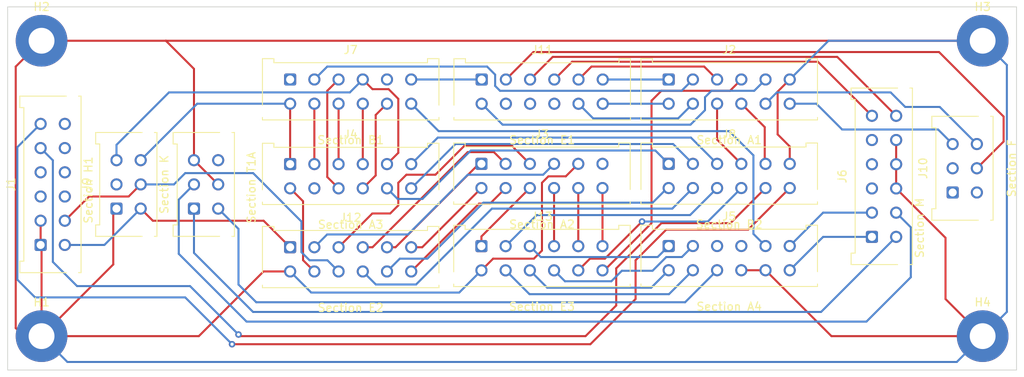
<source format=kicad_pcb>
(kicad_pcb (version 20211014) (generator pcbnew)
  (layers (0 "F.Cu" signal) (31 "B.Cu" signal) (34 "B.Paste" user) (35 "F.Paste" user) (36 "B.SilkS" user "B.Silkscreen") (37 "F.SilkS" user "F.Silkscreen") (38 "B.Mask" user) (39 "F.Mask" user) (44 "Edge.Cuts" user))
  (net 0 "")
  (net 1 "AMS LED")
  (net 6 "VCU Park")
  (net 7 "VCU Drive")
  (net 8 "VCU Sensor 5V")
  (net 9 "APPS Sensor 1")
  (net 10 "APPS Sensor 2")
  (net 11 "VCU Brake 1")
  (net 12 "VCU Brake NOT 2")
  (net 13 "BSPD Current Sense")
  (net 14 "VCU Manual Regen Lever")
  (net 15 "Undriven Wheelspeed")
  (net 16 "J1772 Pilot")
  (net 17 "J1772 Prox")
  (net 18 "VCU CAN1 H")
  (net 19 "VCU CAN1 L")
  (net 20 "VCU CAN4 H")
  (net 21 "VCU CAN4 L")
  (net 22 "VCU Wake")
  (net 23 "TSCU Latching Reset")
  (net 24 "Driven Wheelspeed")
  (net 25 "Emeter CAN H")
  (net 26 "Emeter CAN L")
  (net 27 "Ambient Temperature Sensor")
  (net 28 "IMD LED")
  (net 29 "VCU Sensor GND")
  (net 30 "LV Bypass Detect OUT")
  (net 33 "LV Charge Detect OUT")
  (net 34 "TSAL Safe")
  (net 35 "TSAL Energized")
  (net 36 "BSPD 35kW Test IN")
  (net 37 "BSPD 35kW Test RETURN")
  (net 38 "VCU CAN2 L HB")
  (net 39 "VCU CAN2 H HB")
  (net 40 "GND")
  (net 41 "Shutdown BA")
  (net 42 "Shutdown AE")
  (net 43 "Shutdown FA")
  (net 44 "VCU CAN2 L AE")
  (net 45 "VCU CAN2 H AE")
  (net 46 "VCU CAN3 H AE")
  (net 47 "VCU CAN3 L AE")
  (net 48 "Telemetry CAN L MA")
  (net 49 "Telemetry CAN H MA")
  (net 50 "Telemetry CAN L AE")
  (net 51 "Telemetry CAN H AE")
  (net 52 "Telemetry CAN L TM")
  (net 53 "Telemetry CAN H TM")
  (net 54 "Shutdown EB")
  (net 55 "Telemetry CAN L EB")
  (net 56 "Telemetry CAN H EB")
  (net 57 "VCU CAN3 L EB")
  (net 58 "VCU CAN3 H EB")
  (net 59 "Shutdown EF")
  (net 76 "VCU CAN2 H EKH")
  (net 77 "VCU CAN2 L EKH")
  (footprint "Connector_Molex:Molex_Micro-Fit_3.0_43045-1212_2x06_P3.00mm_Vertical" (layer "F.Cu") (at 147.7 80.65)
    (fp_text reference "J13" (at 7.5 -3.67) (layer "F.SilkS"))
    (fp_text value "Section E3" (at 7.5 7.5) (layer "F.SilkS"))
    (pad "" np_thru_hole circle (at -3 3.94) (size 1 1) (drill 1) (layers *.Cu *.Mask))
    (pad "" np_thru_hole circle (at 18 3.94) (size 1 1) (drill 1) (layers *.Cu *.Mask))
    (pad "1" thru_hole roundrect (at 0 0) (size 1.5 1.5) (drill 1) (layers *.Cu *.Mask) (roundrect_rratio 0.166667) (net 21 "VCU CAN4 L"))
    (pad "2" thru_hole circle (at 3 0) (size 1.5 1.5) (drill 1) (layers *.Cu *.Mask) (net 56 "Telemetry CAN H EB"))
    (pad "3" thru_hole circle (at 6 0) (size 1.5 1.5) (drill 1) (layers *.Cu *.Mask) (net 50 "Telemetry CAN L AE"))
    (pad "4" thru_hole circle (at 9 0) (size 1.5 1.5) (drill 1) (layers *.Cu *.Mask) (net 25 "Emeter CAN H"))
    (pad "5" thru_hole circle (at 12 0) (size 1.5 1.5) (drill 1) (layers *.Cu *.Mask) (net 26 "Emeter CAN L"))
    (pad "6" thru_hole circle (at 15 0) (size 1.5 1.5) (drill 1) (layers *.Cu *.Mask) (net 20 "VCU CAN4 H"))
    (pad "7" thru_hole circle (at 0 3) (size 1.5 1.5) (drill 1) (layers *.Cu *.Mask) (net 40 "GND"))
    (pad "8" thru_hole circle (at 3 3) (size 1.5 1.5) (drill 1) (layers *.Cu *.Mask) (net 51 "Telemetry CAN H AE"))
    (pad "9" thru_hole circle (at 6 3) (size 1.5 1.5) (drill 1) (layers *.Cu *.Mask) (net 36 "BSPD 35kW Test IN"))
    (pad "10" thru_hole circle (at 9 3) (size 1.5 1.5) (drill 1) (layers *.Cu *.Mask) (net 37 "BSPD 35kW Test RETURN"))
    (pad "11" thru_hole circle (at 12 3) (size 1.5 1.5) (drill 1) (layers *.Cu *.Mask) (net 55 "Telemetry CAN L EB"))
    (pad "12" thru_hole circle (at 15 3) (size 1.5 1.5) (drill 1) (layers *.Cu *.Mask) (net 16 "J1772 Pilot"))
  )
  (footprint "Connector_Molex:Molex_Micro-Fit_3.0_43045-1212_2x06_P3.00mm_Vertical" (layer "F.Cu") (at 196.085 79.5 90)
    (fp_text reference "J6" (at 7.5 -3.67 90) (layer "F.SilkS"))
    (fp_text value "Section M" (at 1.1 5.915 90) (layer "F.SilkS"))
    (pad "" np_thru_hole circle (at -3 3.94 90) (size 1 1) (drill 1) (layers *.Cu *.Mask))
    (pad "" np_thru_hole circle (at 18 3.94 90) (size 1 1) (drill 1) (layers *.Cu *.Mask))
    (pad "1" thru_hole roundrect (at 0 0 90) (size 1.5 1.5) (drill 1) (layers *.Cu *.Mask) (roundrect_rratio 0.166667) (net 48 "Telemetry CAN L MA"))
    (pad "2" thru_hole circle (at 3 0 90) (size 1.5 1.5) (drill 1) (layers *.Cu *.Mask) (net 49 "Telemetry CAN H MA"))
    (pad "3" thru_hole circle (at 6 0 90) (size 1.5 1.5) (drill 1) (layers *.Cu *.Mask))
    (pad "4" thru_hole circle (at 9 0 90) (size 1.5 1.5) (drill 1) (layers *.Cu *.Mask))
    (pad "5" thru_hole circle (at 12 0 90) (size 1.5 1.5) (drill 1) (layers *.Cu *.Mask))
    (pad "6" thru_hole circle (at 15 0 90) (size 1.5 1.5) (drill 1) (layers *.Cu *.Mask) (net 33 "LV Charge Detect OUT"))
    (pad "7" thru_hole circle (at 0 3 90) (size 1.5 1.5) (drill 1) (layers *.Cu *.Mask) (net 52 "Telemetry CAN L TM"))
    (pad "8" thru_hole circle (at 3 3 90) (size 1.5 1.5) (drill 1) (layers *.Cu *.Mask) (net 53 "Telemetry CAN H TM"))
    (pad "9" thru_hole circle (at 6 3 90) (size 1.5 1.5) (drill 1) (layers *.Cu *.Mask) (net 40 "GND"))
    (pad "10" thru_hole circle (at 9 3 90) (size 1.5 1.5) (drill 1) (layers *.Cu *.Mask) (net 40 "GND"))
    (pad "11" thru_hole circle (at 12 3 90) (size 1.5 1.5) (drill 1) (layers *.Cu *.Mask) (net 40 "GND"))
    (pad "12" thru_hole circle (at 15 3 90) (size 1.5 1.5) (drill 1) (layers *.Cu *.Mask) (net 30 "LV Bypass Detect OUT"))
  )
  (footprint "MountingHole:MountingHole_3.2mm_M3_Pad" (layer "F.Cu") (at 209.8 91.8)
    (fp_text reference "H4" (at 0 -4.2) (layer "F.SilkS"))
    (fp_text value "MountingHole")
    (pad "1" thru_hole circle (at 0 0) (size 6.4 6.4) (drill 3.2) (layers *.Cu *.Mask))
  )
  (footprint "Connector_Molex:Molex_Micro-Fit_3.0_43045-1212_2x06_P3.00mm_Vertical" (layer "F.Cu") (at 124 60)
    (fp_text reference "J7" (at 7.5 -3.67) (layer "F.SilkS"))
    (fp_text value "Section B1" (at 7.5 7.5) (layer "F.SilkS"))
    (pad "" np_thru_hole circle (at 18 3.94) (size 1 1) (drill 1) (layers *.Cu *.Mask))
    (pad "" np_thru_hole circle (at -3 3.94) (size 1 1) (drill 1) (layers *.Cu *.Mask))
    (pad "1" thru_hole roundrect (at 0 0) (size 1.5 1.5) (drill 1) (layers *.Cu *.Mask) (roundrect_rratio 0.166667))
    (pad "2" thru_hole circle (at 3 0) (size 1.5 1.5) (drill 1) (layers *.Cu *.Mask) (net 41 "Shutdown BA"))
    (pad "3" thru_hole circle (at 6 0) (size 1.5 1.5) (drill 1) (layers *.Cu *.Mask) (net 8 "VCU Sensor 5V"))
    (pad "4" thru_hole circle (at 9 0) (size 1.5 1.5) (drill 1) (layers *.Cu *.Mask) (net 11 "VCU Brake 1"))
    (pad "5" thru_hole circle (at 12 0) (size 1.5 1.5) (drill 1) (layers *.Cu *.Mask))
    (pad "6" thru_hole circle (at 15 0) (size 1.5 1.5) (drill 1) (layers *.Cu *.Mask) (net 54 "Shutdown EB"))
    (pad "7" thru_hole circle (at 0 3) (size 1.5 1.5) (drill 1) (layers *.Cu *.Mask) (net 12 "VCU Brake NOT 2"))
    (pad "8" thru_hole circle (at 3 3) (size 1.5 1.5) (drill 1) (layers *.Cu *.Mask) (net 13 "BSPD Current Sense"))
    (pad "9" thru_hole circle (at 6 3) (size 1.5 1.5) (drill 1) (layers *.Cu *.Mask) (net 9 "APPS Sensor 1"))
    (pad "10" thru_hole circle (at 9 3) (size 1.5 1.5) (drill 1) (layers *.Cu *.Mask) (net 10 "APPS Sensor 2"))
    (pad "11" thru_hole circle (at 12 3) (size 1.5 1.5) (drill 1) (layers *.Cu *.Mask) (net 29 "VCU Sensor GND"))
    (pad "12" thru_hole circle (at 15 3) (size 1.5 1.5) (drill 1) (layers *.Cu *.Mask) (net 15 "Undriven Wheelspeed"))
  )
  (footprint "Connector_Molex:Molex_Micro-Fit_3.0_43045-1212_2x06_P3.00mm_Vertical" (layer "F.Cu") (at 93.085 80.5 90)
    (fp_text reference "J1" (at 7.5 -3.67 90) (layer "F.SilkS"))
    (fp_text value "Section H1" (at 6.8 5.915 90) (layer "F.SilkS"))
    (pad "" np_thru_hole circle (at -3 3.94 90) (size 1 1) (drill 1) (layers *.Cu *.Mask))
    (pad "" np_thru_hole circle (at 18 3.94 90) (size 1 1) (drill 1) (layers *.Cu *.Mask))
    (pad "1" thru_hole roundrect (at 0 0 90) (size 1.5 1.5) (drill 1) (layers *.Cu *.Mask) (roundrect_rratio 0.166667) (net 40 "GND"))
    (pad "2" thru_hole circle (at 3 0 90) (size 1.5 1.5) (drill 1) (layers *.Cu *.Mask) (net 40 "GND"))
    (pad "3" thru_hole circle (at 6 0 90) (size 1.5 1.5) (drill 1) (layers *.Cu *.Mask))
    (pad "4" thru_hole circle (at 9 0 90) (size 1.5 1.5) (drill 1) (layers *.Cu *.Mask))
    (pad "5" thru_hole circle (at 12 0 90) (size 1.5 1.5) (drill 1) (layers *.Cu *.Mask) (net 38 "VCU CAN2 L HB"))
    (pad "6" thru_hole circle (at 15 0 90) (size 1.5 1.5) (drill 1) (layers *.Cu *.Mask) (net 39 "VCU CAN2 H HB"))
    (pad "7" thru_hole circle (at 0 3 90) (size 1.5 1.5) (drill 1) (layers *.Cu *.Mask) (net 76 "VCU CAN2 H EKH"))
    (pad "8" thru_hole circle (at 3 3 90) (size 1.5 1.5) (drill 1) (layers *.Cu *.Mask) (net 77 "VCU CAN2 L EKH"))
    (pad "9" thru_hole circle (at 6 3 90) (size 1.5 1.5) (drill 1) (layers *.Cu *.Mask))
    (pad "10" thru_hole circle (at 9 3 90) (size 1.5 1.5) (drill 1) (layers *.Cu *.Mask))
    (pad "11" thru_hole circle (at 12 3 90) (size 1.5 1.5) (drill 1) (layers *.Cu *.Mask))
    (pad "12" thru_hole circle (at 15 3 90) (size 1.5 1.5) (drill 1) (layers *.Cu *.Mask))
  )
  (footprint "Connector_Molex:Molex_Micro-Fit_3.0_43045-1212_2x06_P3.00mm_Vertical" (layer "F.Cu") (at 170.9 80.635)
    (fp_text reference "J5" (at 7.5 -3.67) (layer "F.SilkS"))
    (fp_text value "Section A4" (at 7.5 7.5) (layer "F.SilkS"))
    (pad "" np_thru_hole circle (at -3 3.94) (size 1 1) (drill 1) (layers *.Cu *.Mask))
    (pad "" np_thru_hole circle (at 18 3.94) (size 1 1) (drill 1) (layers *.Cu *.Mask))
    (pad "1" thru_hole roundrect (at 0 0) (size 1.5 1.5) (drill 1) (layers *.Cu *.Mask) (roundrect_rratio 0.166667) (net 50 "Telemetry CAN L AE"))
    (pad "2" thru_hole circle (at 3 0) (size 1.5 1.5) (drill 1) (layers *.Cu *.Mask) (net 37 "BSPD 35kW Test RETURN"))
    (pad "3" thru_hole circle (at 6 0) (size 1.5 1.5) (drill 1) (layers *.Cu *.Mask))
    (pad "4" thru_hole circle (at 9 0) (size 1.5 1.5) (drill 1) (layers *.Cu *.Mask))
    (pad "5" thru_hole circle (at 12 0) (size 1.5 1.5) (drill 1) (layers *.Cu *.Mask) (net 15 "Undriven Wheelspeed"))
    (pad "6" thru_hole circle (at 15 0) (size 1.5 1.5) (drill 1) (layers *.Cu *.Mask) (net 49 "Telemetry CAN H MA"))
    (pad "7" thru_hole circle (at 0 3) (size 1.5 1.5) (drill 1) (layers *.Cu *.Mask) (net 36 "BSPD 35kW Test IN"))
    (pad "8" thru_hole circle (at 3 3) (size 1.5 1.5) (drill 1) (layers *.Cu *.Mask) (net 51 "Telemetry CAN H AE"))
    (pad "9" thru_hole circle (at 6 3) (size 1.5 1.5) (drill 1) (layers *.Cu *.Mask) (net 24 "Driven Wheelspeed"))
    (pad "10" thru_hole circle (at 9 3) (size 1.5 1.5) (drill 1) (layers *.Cu *.Mask) (net 40 "GND"))
    (pad "11" thru_hole circle (at 12 3) (size 1.5 1.5) (drill 1) (layers *.Cu *.Mask) (net 40 "GND"))
    (pad "12" thru_hole circle (at 15 3) (size 1.5 1.5) (drill 1) (layers *.Cu *.Mask) (net 48 "Telemetry CAN L MA"))
  )
  (footprint "Connector_Molex:Molex_Micro-Fit_3.0_43045-1212_2x06_P3.00mm_Vertical" (layer "F.Cu") (at 124 70.485)
    (fp_text reference "J4" (at 7.5 -3.67) (layer "F.SilkS"))
    (fp_text value "Section A3" (at 7.5 7.5) (layer "F.SilkS"))
    (pad "" np_thru_hole circle (at 18 3.94) (size 1 1) (drill 1) (layers *.Cu *.Mask))
    (pad "" np_thru_hole circle (at -3 3.94) (size 1 1) (drill 1) (layers *.Cu *.Mask))
    (pad "1" thru_hole roundrect (at 0 0) (size 1.5 1.5) (drill 1) (layers *.Cu *.Mask) (roundrect_rratio 0.166667) (net 12 "VCU Brake NOT 2"))
    (pad "2" thru_hole circle (at 3 0) (size 1.5 1.5) (drill 1) (layers *.Cu *.Mask) (net 13 "BSPD Current Sense"))
    (pad "3" thru_hole circle (at 6 0) (size 1.5 1.5) (drill 1) (layers *.Cu *.Mask) (net 9 "APPS Sensor 1"))
    (pad "4" thru_hole circle (at 9 0) (size 1.5 1.5) (drill 1) (layers *.Cu *.Mask) (net 10 "APPS Sensor 2"))
    (pad "5" thru_hole circle (at 12 0) (size 1.5 1.5) (drill 1) (layers *.Cu *.Mask) (net 11 "VCU Brake 1"))
    (pad "6" thru_hole circle (at 15 0) (size 1.5 1.5) (drill 1) (layers *.Cu *.Mask) (net 6 "VCU Park"))
    (pad "7" thru_hole circle (at 0 3) (size 1.5 1.5) (drill 1) (layers *.Cu *.Mask) (net 22 "VCU Wake"))
    (pad "8" thru_hole circle (at 3 3) (size 1.5 1.5) (drill 1) (layers *.Cu *.Mask))
    (pad "9" thru_hole circle (at 6 3) (size 1.5 1.5) (drill 1) (layers *.Cu *.Mask) (net 8 "VCU Sensor 5V"))
    (pad "10" thru_hole circle (at 9 3) (size 1.5 1.5) (drill 1) (layers *.Cu *.Mask) (net 29 "VCU Sensor GND"))
    (pad "11" thru_hole circle (at 12 3) (size 1.5 1.5) (drill 1) (layers *.Cu *.Mask) (net 14 "VCU Manual Regen Lever"))
    (pad "12" thru_hole circle (at 15 3) (size 1.5 1.5) (drill 1) (layers *.Cu *.Mask) (net 7 "VCU Drive"))
  )
  (footprint "MountingHole:MountingHole_3.2mm_M3_Pad" (layer "F.Cu") (at 93.2 55.2)
    (fp_text reference "H2" (at 0 -4.2) (layer "F.SilkS"))
    (fp_text value "MountingHole")
    (pad "1" thru_hole circle (at 0 0) (size 6.4 6.4) (drill 3.2) (layers *.Cu *.Mask))
  )
  (footprint "Connector_Molex:Molex_Micro-Fit_3.0_43045-1212_2x06_P3.00mm_Vertical" (layer "F.Cu") (at 124 80.785)
    (fp_text reference "J12" (at 7.5 -3.67) (layer "F.SilkS"))
    (fp_text value "Section E2" (at 7.5 7.5) (layer "F.SilkS"))
    (pad "" np_thru_hole circle (at 18 3.94) (size 1 1) (drill 1) (layers *.Cu *.Mask))
    (pad "" np_thru_hole circle (at -3 3.94) (size 1 1) (drill 1) (layers *.Cu *.Mask))
    (pad "1" thru_hole roundrect (at 0 0) (size 1.5 1.5) (drill 1) (layers *.Cu *.Mask) (roundrect_rratio 0.166667) (net 76 "VCU CAN2 H EKH"))
    (pad "2" thru_hole circle (at 3 0) (size 1.5 1.5) (drill 1) (layers *.Cu *.Mask) (net 47 "VCU CAN3 L AE"))
    (pad "3" thru_hole circle (at 6 0) (size 1.5 1.5) (drill 1) (layers *.Cu *.Mask) (net 46 "VCU CAN3 H AE"))
    (pad "4" thru_hole circle (at 9 0) (size 1.5 1.5) (drill 1) (layers *.Cu *.Mask) (net 45 "VCU CAN2 H AE"))
    (pad "5" thru_hole circle (at 12 0) (size 1.5 1.5) (drill 1) (layers *.Cu *.Mask) (net 44 "VCU CAN2 L AE"))
    (pad "6" thru_hole circle (at 15 0) (size 1.5 1.5) (drill 1) (layers *.Cu *.Mask) (net 18 "VCU CAN1 H"))
    (pad "7" thru_hole circle (at 0 3) (size 1.5 1.5) (drill 1) (layers *.Cu *.Mask) (net 40 "GND"))
    (pad "8" thru_hole circle (at 3 3) (size 1.5 1.5) (drill 1) (layers *.Cu *.Mask) (net 22 "VCU Wake"))
    (pad "9" thru_hole circle (at 6 3) (size 1.5 1.5) (drill 1) (layers *.Cu *.Mask) (net 77 "VCU CAN2 L EKH"))
    (pad "10" thru_hole circle (at 9 3) (size 1.5 1.5) (drill 1) (layers *.Cu *.Mask) (net 58 "VCU CAN3 H EB"))
    (pad "11" thru_hole circle (at 12 3) (size 1.5 1.5) (drill 1) (layers *.Cu *.Mask) (net 57 "VCU CAN3 L EB"))
    (pad "12" thru_hole circle (at 15 3) (size 1.5 1.5) (drill 1) (layers *.Cu *.Mask) (net 19 "VCU CAN1 L"))
  )
  (footprint "MountingHole:MountingHole_3.2mm_M3_Pad" (layer "F.Cu") (at 209.8 55.2)
    (fp_text reference "H3" (at 0 -4.2) (layer "F.SilkS"))
    (fp_text value "MountingHole")
    (pad "1" thru_hole circle (at 0 0) (size 6.4 6.4) (drill 3.2) (layers *.Cu *.Mask))
  )
  (footprint "Connector_Molex:Molex_Micro-Fit_3.0_43045-0612_2x03_P3.00mm_Vertical" (layer "F.Cu") (at 112.085 76 90)
    (fp_text reference "J14")
    (fp_text value "Section T1A" (at 2.6 7.115 90) (layer "F.SilkS"))
    (pad "" np_thru_hole circle (at -3 3.94 90) (size 1 1) (drill 1) (layers *.Cu *.Mask))
    (pad "" np_thru_hole circle (at 9 3.94 90) (size 1 1) (drill 1) (layers *.Cu *.Mask))
    (pad "1" thru_hole roundrect (at 0 0 90) (size 1.5 1.5) (drill 1) (layers *.Cu *.Mask) (roundrect_rratio 0.166667) (net 52 "Telemetry CAN L TM"))
    (pad "2" thru_hole circle (at 3 0 90) (size 1.5 1.5) (drill 1) (layers *.Cu *.Mask) (net 53 "Telemetry CAN H TM"))
    (pad "3" thru_hole circle (at 6 0 90) (size 1.5 1.5) (drill 1) (layers *.Cu *.Mask) (net 40 "GND"))
    (pad "4" thru_hole circle (at 0 3 90) (size 1.5 1.5) (drill 1) (layers *.Cu *.Mask) (net 24 "Driven Wheelspeed"))
    (pad "5" thru_hole circle (at 3 3 90) (size 1.5 1.5) (drill 1) (layers *.Cu *.Mask) (net 40 "GND"))
    (pad "6" thru_hole circle (at 6 3 90) (size 1.5 1.5) (drill 1) (layers *.Cu *.Mask))
  )
  (footprint "MountingHole:MountingHole_3.2mm_M3_Pad" (layer "F.Cu") (at 93.2 91.8)
    (fp_text reference "H1" (at 0 -4.2) (layer "F.SilkS"))
    (fp_text value "MountingHole")
    (pad "1" thru_hole circle (at 0 0) (size 6.4 6.4) (drill 3.2) (layers *.Cu *.Mask))
  )
  (footprint "Connector_Molex:Molex_Micro-Fit_3.0_43045-1212_2x06_P3.00mm_Vertical" (layer "F.Cu") (at 147.7 70.45)
    (fp_text reference "J3" (at 7.5 -3.67) (layer "F.SilkS"))
    (fp_text value "Section A2" (at 7.5 7.5) (layer "F.SilkS"))
    (pad "" np_thru_hole circle (at 18 3.94) (size 1 1) (drill 1) (layers *.Cu *.Mask))
    (pad "" np_thru_hole circle (at -3 3.94) (size 1 1) (drill 1) (layers *.Cu *.Mask))
    (pad "1" thru_hole roundrect (at 0 0) (size 1.5 1.5) (drill 1) (layers *.Cu *.Mask) (roundrect_rratio 0.166667) (net 44 "VCU CAN2 L AE"))
    (pad "2" thru_hole circle (at 3 0) (size 1.5 1.5) (drill 1) (layers *.Cu *.Mask) (net 45 "VCU CAN2 H AE"))
    (pad "3" thru_hole circle (at 6 0) (size 1.5 1.5) (drill 1) (layers *.Cu *.Mask) (net 46 "VCU CAN3 H AE"))
    (pad "4" thru_hole circle (at 9 0) (size 1.5 1.5) (drill 1) (layers *.Cu *.Mask) (net 47 "VCU CAN3 L AE"))
    (pad "5" thru_hole circle (at 12 0) (size 1.5 1.5) (drill 1) (layers *.Cu *.Mask) (net 40 "GND"))
    (pad "6" thru_hole circle (at 15 0) (size 1.5 1.5) (drill 1) (layers *.Cu *.Mask))
    (pad "7" thru_hole circle (at 0 3) (size 1.5 1.5) (drill 1) (layers *.Cu *.Mask) (net 18 "VCU CAN1 H"))
    (pad "8" thru_hole circle (at 3 3) (size 1.5 1.5) (drill 1) (layers *.Cu *.Mask) (net 19 "VCU CAN1 L"))
    (pad "9" thru_hole circle (at 6 3) (size 1.5 1.5) (drill 1) (layers *.Cu *.Mask) (net 21 "VCU CAN4 L"))
    (pad "10" thru_hole circle (at 9 3) (size 1.5 1.5) (drill 1) (layers *.Cu *.Mask) (net 25 "Emeter CAN H"))
    (pad "11" thru_hole circle (at 12 3) (size 1.5 1.5) (drill 1) (layers *.Cu *.Mask) (net 26 "Emeter CAN L"))
    (pad "12" thru_hole circle (at 15 3) (size 1.5 1.5) (drill 1) (layers *.Cu *.Mask) (net 20 "VCU CAN4 H"))
  )
  (footprint "Connector_Molex:Molex_Micro-Fit_3.0_43045-0612_2x03_P3.00mm_Vertical" (layer "F.Cu") (at 102.485 76 90)
    (fp_text reference "J9" (at 3 -3.67 90) (layer "F.SilkS"))
    (fp_text value "Section K" (at 3 5.915 90) (layer "F.SilkS"))
    (pad "" np_thru_hole circle (at -3 3.94 90) (size 1 1) (drill 1) (layers *.Cu *.Mask))
    (pad "" np_thru_hole circle (at 9 3.94 90) (size 1 1) (drill 1) (layers *.Cu *.Mask))
    (pad "1" thru_hole roundrect (at 0 0 90) (size 1.5 1.5) (drill 1) (layers *.Cu *.Mask) (roundrect_rratio 0.166667) (net 40 "GND"))
    (pad "2" thru_hole circle (at 3 0 90) (size 1.5 1.5) (drill 1) (layers *.Cu *.Mask))
    (pad "3" thru_hole circle (at 6 0 90) (size 1.5 1.5) (drill 1) (layers *.Cu *.Mask) (net 11 "VCU Brake 1"))
    (pad "4" thru_hole circle (at 0 3 90) (size 1.5 1.5) (drill 1) (layers *.Cu *.Mask) (net 76 "VCU CAN2 H EKH"))
    (pad "5" thru_hole circle (at 3 3 90) (size 1.5 1.5) (drill 1) (layers *.Cu *.Mask) (net 77 "VCU CAN2 L EKH"))
    (pad "6" thru_hole circle (at 6 3 90) (size 1.5 1.5) (drill 1) (layers *.Cu *.Mask) (net 12 "VCU Brake NOT 2"))
  )
  (footprint "Connector_Molex:Molex_Micro-Fit_3.0_43045-1212_2x06_P3.00mm_Vertical" (layer "F.Cu") (at 170.9 70.45)
    (fp_text reference "J8" (at 7.5 -3.67) (layer "F.SilkS"))
    (fp_text value "Section B2" (at 7.5 7.5) (layer "F.SilkS"))
    (pad "" np_thru_hole circle (at -3 3.94) (size 1 1) (drill 1) (layers *.Cu *.Mask))
    (pad "" np_thru_hole circle (at 18 3.94) (size 1 1) (drill 1) (layers *.Cu *.Mask))
    (pad "1" thru_hole roundrect (at 0 0) (size 1.5 1.5) (drill 1) (layers *.Cu *.Mask) (roundrect_rratio 0.166667) (net 14 "VCU Manual Regen Lever"))
    (pad "2" thru_hole circle (at 3 0) (size 1.5 1.5) (drill 1) (layers *.Cu *.Mask) (net 7 "VCU Drive"))
    (pad "3" thru_hole circle (at 6 0) (size 1.5 1.5) (drill 1) (layers *.Cu *.Mask) (net 6 "VCU Park"))
    (pad "4" thru_hole circle (at 9 0) (size 1.5 1.5) (drill 1) (layers *.Cu *.Mask) (net 28 "IMD LED"))
    (pad "5" thru_hole circle (at 12 0) (size 1.5 1.5) (drill 1) (layers *.Cu *.Mask) (net 1 "AMS LED"))
    (pad "6" thru_hole circle (at 15 0) (size 1.5 1.5) (drill 1) (layers *.Cu *.Mask) (net 40 "GND"))
    (pad "7" thru_hole circle (at 0 3) (size 1.5 1.5) (drill 1) (layers *.Cu *.Mask) (net 57 "VCU CAN3 L EB"))
    (pad "8" thru_hole circle (at 3 3) (size 1.5 1.5) (drill 1) (layers *.Cu *.Mask) (net 58 "VCU CAN3 H EB"))
    (pad "9" thru_hole circle (at 6 3) (size 1.5 1.5) (drill 1) (layers *.Cu *.Mask) (net 56 "Telemetry CAN H EB"))
    (pad "10" thru_hole circle (at 9 3) (size 1.5 1.5) (drill 1) (layers *.Cu *.Mask) (net 55 "Telemetry CAN L EB"))
    (pad "11" thru_hole circle (at 12 3) (size 1.5 1.5) (drill 1) (layers *.Cu *.Mask) (net 38 "VCU CAN2 L HB"))
    (pad "12" thru_hole circle (at 15 3) (size 1.5 1.5) (drill 1) (layers *.Cu *.Mask) (net 39 "VCU CAN2 H HB"))
  )
  (footprint "Connector_Molex:Molex_Micro-Fit_3.0_43045-1212_2x06_P3.00mm_Vertical" (layer "F.Cu") (at 170.9 60)
    (fp_text reference "J2" (at 7.5 -3.67) (layer "F.SilkS"))
    (fp_text value "Section A1" (at 7.5 7.5) (layer "F.SilkS"))
    (pad "" np_thru_hole circle (at 18 3.94) (size 1 1) (drill 1) (layers *.Cu *.Mask))
    (pad "" np_thru_hole circle (at -3 3.94) (size 1 1) (drill 1) (layers *.Cu *.Mask))
    (pad "1" thru_hole roundrect (at 0 0) (size 1.5 1.5) (drill 1) (layers *.Cu *.Mask) (roundrect_rratio 0.166667) (net 42 "Shutdown AE"))
    (pad "2" thru_hole circle (at 3 0) (size 1.5 1.5) (drill 1) (layers *.Cu *.Mask) (net 41 "Shutdown BA"))
    (pad "3" thru_hole circle (at 6 0) (size 1.5 1.5) (drill 1) (layers *.Cu *.Mask) (net 35 "TSAL Energized"))
    (pad "4" thru_hole circle (at 9 0) (size 1.5 1.5) (drill 1) (layers *.Cu *.Mask) (net 16 "J1772 Pilot"))
    (pad "5" thru_hole circle (at 12 0) (size 1.5 1.5) (drill 1) (layers *.Cu *.Mask) (net 17 "J1772 Prox"))
    (pad "6" thru_hole circle (at 15 0) (size 1.5 1.5) (drill 1) (layers *.Cu *.Mask) (net 40 "GND"))
    (pad "7" thru_hole circle (at 0 3) (size 1.5 1.5) (drill 1) (layers *.Cu *.Mask) (net 34 "TSAL Safe"))
    (pad "8" thru_hole circle (at 3 3) (size 1.5 1.5) (drill 1) (layers *.Cu *.Mask) (net 23 "TSCU Latching Reset"))
    (pad "9" thru_hole circle (at 6 3) (size 1.5 1.5) (drill 1) (layers *.Cu *.Mask) (net 28 "IMD LED"))
    (pad "10" thru_hole circle (at 9 3) (size 1.5 1.5) (drill 1) (layers *.Cu *.Mask) (net 1 "AMS LED"))
    (pad "11" thru_hole circle (at 12 3) (size 1.5 1.5) (drill 1) (layers *.Cu *.Mask) (net 27 "Ambient Temperature Sensor"))
    (pad "12" thru_hole circle (at 15 3) (size 1.5 1.5) (drill 1) (layers *.Cu *.Mask) (net 43 "Shutdown FA"))
  )
  (footprint "Connector_Molex:Molex_Micro-Fit_3.0_43045-0612_2x03_P3.00mm_Vertical" (layer "F.Cu") (at 206.085 74 90)
    (fp_text reference "J10" (at 3 -3.67 90) (layer "F.SilkS"))
    (fp_text value "Section F" (at 3 7.315 90) (layer "F.SilkS"))
    (pad "" np_thru_hole circle (at 9 3.94 90) (size 1 1) (drill 1) (layers *.Cu *.Mask))
    (pad "" np_thru_hole circle (at -3 3.94 90) (size 1 1) (drill 1) (layers *.Cu *.Mask))
    (pad "1" thru_hole roundrect (at 0 0 90) (size 1.5 1.5) (drill 1) (layers *.Cu *.Mask) (roundrect_rratio 0.166667))
    (pad "2" thru_hole circle (at 3 0 90) (size 1.5 1.5) (drill 1) (layers *.Cu *.Mask))
    (pad "3" thru_hole circle (at 6 0 90) (size 1.5 1.5) (drill 1) (layers *.Cu *.Mask) (net 43 "Shutdown FA"))
    (pad "4" thru_hole circle (at 0 3 90) (size 1.5 1.5) (drill 1) (layers *.Cu *.Mask))
    (pad "5" thru_hole circle (at 3 3 90) (size 1.5 1.5) (drill 1) (layers *.Cu *.Mask) (net 59 "Shutdown EF"))
    (pad "6" thru_hole circle (at 6 3 90) (size 1.5 1.5) (drill 1) (layers *.Cu *.Mask) (net 27 "Ambient Temperature Sensor"))
  )
  (footprint "Connector_Molex:Molex_Micro-Fit_3.0_43045-1212_2x06_P3.00mm_Vertical" (layer "F.Cu") (at 147.73 60.005)
    (fp_text reference "J11" (at 7.5 -3.67) (layer "F.SilkS"))
    (fp_text value "Section E1" (at 7.5 7.5) (layer "F.SilkS"))
    (pad "" np_thru_hole circle (at -3 3.94) (size 1 1) (drill 1) (layers *.Cu *.Mask))
    (pad "" np_thru_hole circle (at 18 3.94) (size 1 1) (drill 1) (layers *.Cu *.Mask))
    (pad "1" thru_hole roundrect (at 0 0) (size 1.5 1.5) (drill 1) (layers *.Cu *.Mask) (roundrect_rratio 0.166667) (net 54 "Shutdown EB"))
    (pad "2" thru_hole circle (at 3 0) (size 1.5 1.5) (drill 1) (layers *.Cu *.Mask) (net 59 "Shutdown EF"))
    (pad "3" thru_hole circle (at 6 0) (size 1.5 1.5) (drill 1) (layers *.Cu *.Mask) (net 30 "LV Bypass Detect OUT"))
    (pad "4" thru_hole circle (at 9 0) (size 1.5 1.5) (drill 1) (layers *.Cu *.Mask) (net 33 "LV Charge Detect OUT"))
    (pad "5" thru_hole circle (at 12 0) (size 1.5 1.5) (drill 1) (layers *.Cu *.Mask) (net 35 "TSAL Energized"))
    (pad "6" thru_hole circle (at 15 0) (size 1.5 1.5) (drill 1) (layers *.Cu *.Mask) (net 42 "Shutdown AE"))
    (pad "7" thru_hole circle (at 0 3) (size 1.5 1.5) (drill 1) (layers *.Cu *.Mask) (net 17 "J1772 Prox"))
    (pad "8" thru_hole circle (at 3 3) (size 1.5 1.5) (drill 1) (layers *.Cu *.Mask))
    (pad "9" thru_hole circle (at 6 3) (size 1.5 1.5) (drill 1) (layers *.Cu *.Mask))
    (pad "10" thru_hole circle (at 9 3) (size 1.5 1.5) (drill 1) (layers *.Cu *.Mask))
    (pad "11" thru_hole circle (at 12 3) (size 1.5 1.5) (drill 1) (layers *.Cu *.Mask) (net 23 "TSCU Latching Reset"))
    (pad "12" thru_hole circle (at 15 3) (size 1.5 1.5) (drill 1) (layers *.Cu *.Mask) (net 34 "TSAL Safe"))
  )
  (gr_rect (start 89 51) (end 214 96) (layer "Edge.Cuts") (width 0.1) (fill none))
  (segment (start 179.9 63) (end 182.8 65.9) (width 0.25) (layer "F.Cu") (net 1))
  (segment (start 182.8 65.9) (end 182.8 70.35) (width 0.25) (layer "F.Cu") (net 1))
  (segment (start 182.8 70.35) (end 182.9 70.45) (width 0.25) (layer "F.Cu") (net 1))
  (segment (start 142.285 67.2) (end 173.65 67.2) (width 0.25) (layer "B.Cu") (net 6))
  (segment (start 173.65 67.2) (end 176.9 70.45) (width 0.25) (layer "B.Cu") (net 6))
  (segment (start 139 70.485) (end 142.285 67.2) (width 0.25) (layer "B.Cu") (net 6))
  (segment (start 144.485 68) (end 171.45 68) (width 0.25) (layer "B.Cu") (net 7))
  (segment (start 171.45 68) (end 173.9 70.45) (width 0.25) (layer "B.Cu") (net 7))
  (segment (start 139 73.485) (end 144.485 68) (width 0.25) (layer "B.Cu") (net 7))
  (segment (start 128.6 72.085) (end 130 73.485) (width 0.25) (layer "F.Cu") (net 8))
  (segment (start 130 60) (end 128.6 61.4) (width 0.25) (layer "F.Cu") (net 8))
  (segment (start 128.6 61.4) (end 128.6 72.085) (width 0.25) (layer "F.Cu") (net 8))
  (segment (start 130 63) (end 130 70.485) (width 0.25) (layer "F.Cu") (net 9))
  (segment (start 133 63) (end 133 70.485) (width 0.25) (layer "F.Cu") (net 10))
  (segment (start 137.4 62.4) (end 137.4 69.085) (width 0.25) (layer "F.Cu") (net 11))
  (segment (start 134.2 61.2) (end 136.2 61.2) (width 0.25) (layer "F.Cu") (net 11))
  (segment (start 136.2 61.2) (end 137.4 62.4) (width 0.25) (layer "F.Cu") (net 11))
  (segment (start 133 60) (end 134.2 61.2) (width 0.25) (layer "F.Cu") (net 11))
  (segment (start 137.4 69.085) (end 136 70.485) (width 0.25) (layer "F.Cu") (net 11))
  (segment (start 133 60) (end 131.4 61.6) (width 0.25) (layer "B.Cu") (net 11))
  (segment (start 102.485 68.1) (end 102.485 70) (width 0.25) (layer "B.Cu") (net 11))
  (segment (start 108.985 61.6) (end 102.485 68.1) (width 0.25) (layer "B.Cu") (net 11))
  (segment (start 131.4 61.6) (end 108.985 61.6) (width 0.25) (layer "B.Cu") (net 11))
  (segment (start 124 63) (end 124 70.485) (width 0.25) (layer "F.Cu") (net 12))
  (segment (start 112.485 63) (end 105.485 70) (width 0.25) (layer "B.Cu") (net 12))
  (segment (start 124 63) (end 112.485 63) (width 0.25) (layer "B.Cu") (net 12))
  (segment (start 127 63) (end 127 70.485) (width 0.25) (layer "F.Cu") (net 13))
  (segment (start 136 73.485) (end 137.315 74.8) (width 0.25) (layer "B.Cu") (net 14))
  (segment (start 169.25 68.8) (end 170.9 70.45) (width 0.25) (layer "B.Cu") (net 14))
  (segment (start 146.387561 68.8) (end 169.25 68.8) (width 0.25) (layer "B.Cu") (net 14))
  (segment (start 140.4 74.787561) (end 146.387561 68.8) (width 0.25) (layer "B.Cu") (net 14))
  (segment (start 137.315 74.8) (end 140.4 74.8) (width 0.25) (layer "B.Cu") (net 14))
  (segment (start 140.4 74.8) (end 140.4 74.787561) (width 0.25) (layer "B.Cu") (net 14))
  (segment (start 181.4 69.4) (end 181.4 79.135) (width 0.25) (layer "B.Cu") (net 15))
  (segment (start 181.4 79.135) (end 182.9 80.635) (width 0.25) (layer "B.Cu") (net 15))
  (segment (start 142.4 66.4) (end 178.4 66.4) (width 0.25) (layer "B.Cu") (net 15))
  (segment (start 178.4 66.4) (end 181.4 69.4) (width 0.25) (layer "B.Cu") (net 15))
  (segment (start 139 63) (end 142.4 66.4) (width 0.25) (layer "B.Cu") (net 15))
  (segment (start 162.925 83.65) (end 162.7 83.65) (width 0.25) (layer "F.Cu") (net 16))
  (segment (start 170 61.4) (end 168.775001 62.624999) (width 0.25) (layer "F.Cu") (net 16))
  (segment (start 168.775001 77.799999) (end 162.925 83.65) (width 0.25) (layer "F.Cu") (net 16))
  (segment (start 178.5 61.4) (end 170 61.4) (width 0.25) (layer "F.Cu") (net 16))
  (segment (start 168.775001 62.624999) (end 168.775001 77.799999) (width 0.25) (layer "F.Cu") (net 16))
  (segment (start 179.9 60) (end 178.5 61.4) (width 0.25) (layer "F.Cu") (net 16))
  (segment (start 173.6 65.6) (end 175.4 63.8) (width 0.25) (layer "B.Cu") (net 17))
  (segment (start 175.4 63.8) (end 175.4 62.2) (width 0.25) (layer "B.Cu") (net 17))
  (segment (start 175.4 62.2) (end 176.2 61.4) (width 0.25) (layer "B.Cu") (net 17))
  (segment (start 150.325 65.6) (end 173.6 65.6) (width 0.25) (layer "B.Cu") (net 17))
  (segment (start 181.5 61.4) (end 182.9 60) (width 0.25) (layer "B.Cu") (net 17))
  (segment (start 176.2 61.4) (end 181.5 61.4) (width 0.25) (layer "B.Cu") (net 17))
  (segment (start 147.73 63.005) (end 150.325 65.6) (width 0.25) (layer "B.Cu") (net 17))
  (segment (start 139 80.785) (end 140.365 80.785) (width 0.25) (layer "F.Cu") (net 18))
  (segment (start 140.365 80.785) (end 147.7 73.45) (width 0.25) (layer "F.Cu") (net 18))
  (segment (start 139 83.785) (end 147.4 75.385) (width 0.25) (layer "F.Cu") (net 19))
  (segment (start 147.4 75.385) (end 148.765 75.385) (width 0.25) (layer "F.Cu") (net 19))
  (segment (start 148.765 75.385) (end 150.7 73.45) (width 0.25) (layer "F.Cu") (net 19))
  (segment (start 162.7 73.45) (end 162.7 80.65) (width 0.25) (layer "F.Cu") (net 20))
  (segment (start 147.7 80.65) (end 147.7 79.45) (width 0.25) (layer "F.Cu") (net 21))
  (segment (start 147.7 79.45) (end 153.7 73.45) (width 0.25) (layer "F.Cu") (net 21))
  (segment (start 125.6 75.085) (end 125.6 82.385) (width 0.25) (layer "F.Cu") (net 22))
  (segment (start 125.6 82.385) (end 127 83.785) (width 0.25) (layer "F.Cu") (net 22))
  (segment (start 124 73.485) (end 125.6 75.085) (width 0.25) (layer "F.Cu") (net 22))
  (segment (start 161.545001 64.820001) (end 172.079999 64.820001) (width 0.25) (layer "B.Cu") (net 23))
  (segment (start 159.73 63.005) (end 161.545001 64.820001) (width 0.25) (layer "B.Cu") (net 23))
  (segment (start 172.079999 64.820001) (end 173.9 63) (width 0.25) (layer "B.Cu") (net 23))
  (segment (start 172.935 87.6) (end 119.8 87.6) (width 0.25) (layer "B.Cu") (net 24))
  (segment (start 117.6 85.4) (end 117.6 78.515) (width 0.25) (layer "B.Cu") (net 24))
  (segment (start 176.9 83.635) (end 172.935 87.6) (width 0.25) (layer "B.Cu") (net 24))
  (segment (start 117.6 78.515) (end 115.085 76) (width 0.25) (layer "B.Cu") (net 24))
  (segment (start 119.8 87.6) (end 117.6 85.4) (width 0.25) (layer "B.Cu") (net 24))
  (segment (start 156.7 80.65) (end 156.7 73.45) (width 0.25) (layer "F.Cu") (net 25))
  (segment (start 159.7 80.65) (end 159.7 73.45) (width 0.25) (layer "F.Cu") (net 26))
  (segment (start 200.2 63.4) (end 204.485 63.4) (width 0.25) (layer "B.Cu") (net 27))
  (segment (start 204.485 63.4) (end 209.085 68) (width 0.25) (layer "B.Cu") (net 27))
  (segment (start 184.3 61.6) (end 198.4 61.6) (width 0.25) (layer "B.Cu") (net 27))
  (segment (start 182.9 63) (end 184.3 61.6) (width 0.25) (layer "B.Cu") (net 27))
  (segment (start 198.4 61.6) (end 200.2 63.4) (width 0.25) (layer "B.Cu") (net 27))
  (segment (start 176.9 67.45) (end 179.9 70.45) (width 0.25) (layer "F.Cu") (net 28))
  (segment (start 176.9 63) (end 176.9 67.45) (width 0.25) (layer "F.Cu") (net 28))
  (segment (start 134.6 71.885) (end 133 73.485) (width 0.25) (layer "F.Cu") (net 29))
  (segment (start 136 63) (end 134.6 64.4) (width 0.25) (layer "F.Cu") (net 29))
  (segment (start 134.6 64.4) (end 134.6 71.885) (width 0.25) (layer "F.Cu") (net 29))
  (segment (start 156.535 57.2) (end 191.785 57.2) (width 0.25) (layer "F.Cu") (net 30))
  (segment (start 191.785 57.2) (end 199.085 64.5) (width 0.25) (layer "F.Cu") (net 30))
  (segment (start 153.73 60.005) (end 156.535 57.2) (width 0.25) (layer "F.Cu") (net 30))
  (segment (start 189.385 57.8) (end 196.085 64.5) (width 0.25) (layer "F.Cu") (net 33))
  (segment (start 156.73 60.005) (end 158.935 57.8) (width 0.25) (layer "F.Cu") (net 33))
  (segment (start 158.935 57.8) (end 189.385 57.8) (width 0.25) (layer "F.Cu") (net 33))
  (segment (start 162.73 63.005) (end 170.895 63.005) (width 0.25) (layer "B.Cu") (net 34))
  (segment (start 170.895 63.005) (end 170.9 63) (width 0.25) (layer "B.Cu") (net 34))
  (segment (start 161.335 58.4) (end 175.3 58.4) (width 0.25) (layer "F.Cu") (net 35))
  (segment (start 159.73 60.005) (end 161.335 58.4) (width 0.25) (layer "F.Cu") (net 35))
  (segment (start 175.3 58.4) (end 176.9 60) (width 0.25) (layer "F.Cu") (net 35))
  (segment (start 153.7 83.65) (end 155.85 85.8) (width 0.25) (layer "B.Cu") (net 36))
  (segment (start 168.735 85.8) (end 170.9 83.635) (width 0.25) (layer "B.Cu") (net 36))
  (segment (start 155.85 85.8) (end 168.735 85.8) (width 0.25) (layer "B.Cu") (net 36))
  (segment (start 170.6 82) (end 172.535 82) (width 0.25) (layer "B.Cu") (net 37))
  (segment (start 172.535 82) (end 173.9 80.635) (width 0.25) (layer "B.Cu") (net 37))
  (segment (start 168.900001 83.699999) (end 170.6 82) (width 0.25) (layer "B.Cu") (net 37))
  (segment (start 158.05 85) (end 163.8 85) (width 0.25) (layer "B.Cu") (net 37))
  (segment (start 156.7 83.65) (end 158.05 85) (width 0.25) (layer "B.Cu") (net 37))
  (segment (start 165.100001 83.699999) (end 168.900001 83.699999) (width 0.25) (layer "B.Cu") (net 37))
  (segment (start 163.8 85) (end 165.100001 83.699999) (width 0.25) (layer "B.Cu") (net 37))
  (segment (start 178.55 77.8) (end 182.9 73.45) (width 0.25) (layer "F.Cu") (net 38))
  (segment (start 164.4 88) (end 164.4 83.4) (width 0.25) (layer "F.Cu") (net 38))
  (segment (start 170 77.8) (end 178.55 77.8) (width 0.25) (layer "F.Cu") (net 38))
  (segment (start 117.6 91.6) (end 117.8 91.8) (width 0.25) (layer "F.Cu") (net 38))
  (segment (start 160.6 91.8) (end 164.4 88) (width 0.25) (layer "F.Cu") (net 38))
  (segment (start 117.8 91.8) (end 160.6 91.8) (width 0.25) (layer "F.Cu") (net 38))
  (segment (start 164.4 83.4) (end 170 77.8) (width 0.25) (layer "F.Cu") (net 38))
  (via (at 117.6 91.6) (size 0.8) (drill 0.4) (layers "F.Cu" "B.Cu") (net 38))
  (segment (start 94.6 70.015) (end 93.085 68.5) (width 0.25) (layer "B.Cu") (net 38))
  (segment (start 97.6 85.6) (end 94.6 82.6) (width 0.25) (layer "B.Cu") (net 38))
  (segment (start 117.6 91.6) (end 111.6 85.6) (width 0.25) (layer "B.Cu") (net 38))
  (segment (start 111.6 85.6) (end 97.6 85.6) (width 0.25) (layer "B.Cu") (net 38))
  (segment (start 94.6 82.6) (end 94.6 70.015) (width 0.25) (layer "B.Cu") (net 38))
  (segment (start 180.75 78.6) (end 185.9 73.45) (width 0.25) (layer "F.Cu") (net 39))
  (segment (start 170.6 78.6) (end 180.75 78.6) (width 0.25) (layer "F.Cu") (net 39))
  (segment (start 116.8 92.8) (end 161.2 92.8) (width 0.25) (layer "F.Cu") (net 39))
  (segment (start 166.8 87.2) (end 166.8 82.4) (width 0.25) (layer "F.Cu") (net 39))
  (segment (start 161.2 92.8) (end 166.8 87.2) (width 0.25) (layer "F.Cu") (net 39))
  (segment (start 166.8 82.4) (end 170.6 78.6) (width 0.25) (layer "F.Cu") (net 39))
  (via (at 116.8 92.8) (size 0.8) (drill 0.4) (layers "F.Cu" "B.Cu") (net 39))
  (segment (start 90.2 84.8) (end 90.2 68.385) (width 0.25) (layer "B.Cu") (net 39))
  (segment (start 116.8 92.8) (end 111 87) (width 0.25) (layer "B.Cu") (net 39))
  (segment (start 92.4 87) (end 90.2 84.8) (width 0.25) (layer "B.Cu") (net 39))
  (segment (start 111 87) (end 92.4 87) (width 0.25) (layer "B.Cu") (net 39))
  (segment (start 90.2 68.385) (end 93.085 65.5) (width 0.25) (layer "B.Cu") (net 39))
  (segment (start 182.9 83.635) (end 179.9 83.635) (width 0.25) (layer "F.Cu") (net 40))
  (segment (start 112.085 58.685) (end 108.6 55.2) (width 0.25) (layer "F.Cu") (net 40))
  (segment (start 185.9 70.45) (end 185.9 68.3) (width 0.25) (layer "F.Cu") (net 40))
  (segment (start 199.085 67.5) (end 199.085 73.5) (width 0.25) (layer "F.Cu") (net 40))
  (segment (start 93.2 91.8) (end 91 91.8) (width 0.25) (layer "F.Cu") (net 40))
  (segment (start 205.2 79.615) (end 205.2 87.2) (width 0.25) (layer "F.Cu") (net 40))
  (segment (start 108.6 55.2) (end 93.2 55.2) (width 0.25) (layer "F.Cu") (net 40))
  (segment (start 120.702561 83.785) (end 112.687561 91.8) (width 0.25) (layer "F.Cu") (net 40))
  (segment (start 205.2 87.2) (end 209.8 91.8) (width 0.25) (layer "F.Cu") (net 40))
  (segment (start 185.9 68.3) (end 184.4 66.8) (width 0.25) (layer "F.Cu") (net 40))
  (segment (start 102.085 82.915) (end 102.085 76.4) (width 0.25) (layer "F.Cu") (net 40))
  (segment (start 184.4 66.8) (end 184.4 61.5) (width 0.25) (layer "F.Cu") (net 40))
  (segment (start 199.085 73.5) (end 205.2 79.615) (width 0.25) (layer "F.Cu") (net 40))
  (segment (start 102.085 76.4) (end 102.485 76) (width 0.25) (layer "F.Cu") (net 40))
  (segment (start 149.15 82.2) (end 147.7 83.65) (width 0.25) (layer "F.Cu") (net 40))
  (segment (start 182.9 83.635) (end 191.065 91.8) (width 0.25) (layer "F.Cu") (net 40))
  (segment (start 112.085 70) (end 115.085 73) (width 0.25) (layer "F.Cu") (net 40))
  (segment (start 93.085 80.5) (end 93.2 80.615) (width 0.25) (layer "F.Cu") (net 40))
  (segment (start 93.085 77.5) (end 93.085 80.5) (width 0.25) (layer "F.Cu") (net 40))
  (segment (start 112.687561 91.8) (end 93.2 91.8) (width 0.25) (layer "F.Cu") (net 40))
  (segment (start 93.2 80.615) (end 93.2 91.8) (width 0.25) (layer "F.Cu") (net 40))
  (segment (start 156 72) (end 155.2 72.8) (width 0.25) (layer "F.Cu") (net 40))
  (segment (start 155.2 81.2) (end 154.2 82.2) (width 0.25) (layer "F.Cu") (net 40))
  (segment (start 108.6 55.2) (end 209.8 55.2) (width 0.25) (layer "F.Cu") (net 40))
  (segment (start 91 91.8) (end 90 90.8) (width 0.25) (layer "F.Cu") (net 40))
  (segment (start 124 83.785) (end 120.702561 83.785) (width 0.25) (layer "F.Cu") (net 40))
  (segment (start 112.085 70) (end 112.085 58.685) (width 0.25) (layer "F.Cu") (net 40))
  (segment (start 159.7 70.45) (end 158.15 72) (width 0.25) (layer "F.Cu") (net 40))
  (segment (start 191.065 91.8) (end 209.8 91.8) (width 0.25) (layer "F.Cu") (net 40))
  (segment (start 154.2 82.2) (end 149.15 82.2) (width 0.25) (layer "F.Cu") (net 40))
  (segment (start 155.2 72.8) (end 155.2 81.2) (width 0.25) (layer "F.Cu") (net 40))
  (segment (start 90 90.8) (end 90 58.4) (width 0.25) (layer "F.Cu") (net 40))
  (segment (start 90 58.4) (end 93.2 55.2) (width 0.25) (layer "F.Cu") (net 40))
  (segment (start 184.4 61.5) (end 185.9 60) (width 0.25) (layer "F.Cu") (net 40))
  (segment (start 158.15 72) (end 156 72) (width 0.25) (layer "F.Cu") (net 40))
  (segment (start 93.2 91.8) (end 102.085 82.915) (width 0.25) (layer "F.Cu") (net 40))
  (segment (start 206.6 95) (end 96.4 95) (width 0.25) (layer "B.Cu") (net 40))
  (segment (start 212.8 58.2) (end 212.8 88.8) (width 0.25) (layer "B.Cu") (net 40))
  (segment (start 209.8 91.8) (end 206.6 95) (width 0.25) (layer "B.Cu") (net 40))
  (segment (start 144.95 86.4) (end 126.615 86.4) (width 0.25) (layer "B.Cu") (net 40))
  (segment (start 209.8 55.2) (end 212.8 58.2) (width 0.25) (layer "B.Cu") (net 40))
  (segment (start 147.7 83.65) (end 144.95 86.4) (width 0.25) (layer "B.Cu") (net 40))
  (segment (start 126.615 86.4) (end 124 83.785) (width 0.25) (layer "B.Cu") (net 40))
  (segment (start 190.7 55.2) (end 185.9 60) (width 0.25) (layer "B.Cu") (net 40))
  (segment (start 212.8 88.8) (end 209.8 91.8) (width 0.25) (layer "B.Cu") (net 40))
  (segment (start 209.8 55.2) (end 190.7 55.2) (width 0.25) (layer "B.Cu") (net 40))
  (segment (start 96.4 95) (end 93.2 91.8) (width 0.25) (layer "B.Cu") (net 40))
  (segment (start 148.4 58.4) (end 149.4 59.4) (width 0.25) (layer "B.Cu") (net 41))
  (segment (start 127 60) (end 128.6 58.4) (width 0.25) (layer "B.Cu") (net 41))
  (segment (start 172.5 61.4) (end 173.9 60) (width 0.25) (layer "B.Cu") (net 41))
  (segment (start 150 61.4) (end 172.5 61.4) (width 0.25) (layer "B.Cu") (net 41))
  (segment (start 149.4 59.4) (end 149.4 60.8) (width 0.25) (layer "B.Cu") (net 41))
  (segment (start 128.6 58.4) (end 148.4 58.4) (width 0.25) (layer "B.Cu") (net 41))
  (segment (start 149.4 60.8) (end 150 61.4) (width 0.25) (layer "B.Cu") (net 41))
  (segment (start 162.73 60.005) (end 170.895 60.005) (width 0.25) (layer "B.Cu") (net 42))
  (segment (start 170.895 60.005) (end 170.9 60) (width 0.25) (layer "B.Cu") (net 42))
  (segment (start 192.397439 66.2) (end 204.285 66.2) (width 0.25) (layer "B.Cu") (net 43))
  (segment (start 189.197439 63) (end 192.397439 66.2) (width 0.25) (layer "B.Cu") (net 43))
  (segment (start 185.9 63) (end 189.197439 63) (width 0.25) (layer "B.Cu") (net 43))
  (segment (start 204.285 66.2) (end 206.085 68) (width 0.25) (layer "B.Cu") (net 43))
  (segment (start 147.39566 70.45) (end 147.7 70.45) (width 0.25) (layer "F.Cu") (net 44))
  (segment (start 136 80.785) (end 137.06066 80.785) (width 0.25) (layer "F.Cu") (net 44))
  (segment (start 137.06066 80.785) (end 147.39566 70.45) (width 0.25) (layer "F.Cu") (net 44))
  (segment (start 145.99378 69) (end 149.25 69) (width 0.25) (layer "F.Cu") (net 45))
  (segment (start 134.20878 80.785) (end 145.99378 69) (width 0.25) (layer "F.Cu") (net 45))
  (segment (start 149.25 69) (end 150.7 70.45) (width 0.25) (layer "F.Cu") (net 45))
  (segment (start 133 80.785) (end 134.20878 80.785) (width 0.25) (layer "F.Cu") (net 45))
  (segment (start 137.4 72.8) (end 138.4 71.8) (width 0.25) (layer "F.Cu") (net 46))
  (segment (start 136.4 76.6) (end 137.4 75.6) (width 0.25) (layer "F.Cu") (net 46))
  (segment (start 130 80.785) (end 134.185 76.6) (width 0.25) (layer "F.Cu") (net 46))
  (segment (start 134.185 76.6) (end 136.4 76.6) (width 0.25) (layer "F.Cu") (net 46))
  (segment (start 137.4 75.6) (end 137.4 72.8) (width 0.25) (layer "F.Cu") (net 46))
  (segment (start 138.4 71.8) (end 142 71.8) (width 0.25) (layer "F.Cu") (net 46))
  (segment (start 151.45 68.2) (end 153.7 70.45) (width 0.25) (layer "F.Cu") (net 46))
  (segment (start 145.6 68.2) (end 151.45 68.2) (width 0.25) (layer "F.Cu") (net 46))
  (segment (start 142 71.8) (end 145.6 68.2) (width 0.25) (layer "F.Cu") (net 46))
  (segment (start 128.585 79.2) (end 127 80.785) (width 0.25) (layer "B.Cu") (net 47))
  (segment (start 138.6 79.2) (end 128.585 79.2) (width 0.25) (layer "B.Cu") (net 47))
  (segment (start 146 71.8) (end 138.6 79.2) (width 0.25) (layer "B.Cu") (net 47))
  (segment (start 156.7 70.45) (end 155.35 71.8) (width 0.25) (layer "B.Cu") (net 47))
  (segment (start 155.35 71.8) (end 146 71.8) (width 0.25) (layer "B.Cu") (net 47))
  (segment (start 190.035 79.5) (end 196.085 79.5) (width 0.25) (layer "B.Cu") (net 48))
  (segment (start 185.9 83.635) (end 190.035 79.5) (width 0.25) (layer "B.Cu") (net 48))
  (segment (start 185.9 80.635) (end 190.035 76.5) (width 0.25) (layer "B.Cu") (net 49))
  (segment (start 190.035 76.5) (end 196.085 76.5) (width 0.25) (layer "B.Cu") (net 49))
  (segment (start 169.535 82) (end 170.9 80.635) (width 0.25) (layer "B.Cu") (net 50))
  (segment (start 155.05 82) (end 169.535 82) (width 0.25) (layer "B.Cu") (net 50))
  (segment (start 153.7 80.65) (end 155.05 82) (width 0.25) (layer "B.Cu") (net 50))
  (segment (start 153.65 86.6) (end 170.935 86.6) (width 0.25) (layer "B.Cu") (net 51))
  (segment (start 170.935 86.6) (end 173.9 83.635) (width 0.25) (layer "B.Cu") (net 51))
  (segment (start 150.7 83.65) (end 153.65 86.6) (width 0.25) (layer "B.Cu") (net 51))
  (segment (start 119.4 88.8) (end 189.785 88.8) (width 0.25) (layer "B.Cu") (net 52))
  (segment (start 112.085 76) (end 112.085 81.485) (width 0.25) (layer "B.Cu") (net 52))
  (segment (start 189.785 88.8) (end 199.085 79.5) (width 0.25) (layer "B.Cu") (net 52))
  (segment (start 112.085 81.485) (end 119.4 88.8) (width 0.25) (layer "B.Cu") (net 52))
  (segment (start 110.2 81.6) (end 110.2 74.885) (width 0.25) (layer "B.Cu") (net 53))
  (segment (start 200.900001 78.315001) (end 200.900001 84.499999) (width 0.25) (layer "B.Cu") (net 53))
  (segment (start 118.6 90) (end 110.2 81.6) (width 0.25) (layer "B.Cu") (net 53))
  (segment (start 199.085 76.5) (end 200.900001 78.315001) (width 0.25) (layer "B.Cu") (net 53))
  (segment (start 195.4 90) (end 118.6 90) (width 0.25) (layer "B.Cu") (net 53))
  (segment (start 200.900001 84.499999) (end 195.4 90) (width 0.25) (layer "B.Cu") (net 53))
  (segment (start 110.2 74.885) (end 112.085 73) (width 0.25) (layer "B.Cu") (net 53))
  (segment (start 139 60) (end 147.725 60) (width 0.25) (layer "B.Cu") (net 54))
  (segment (start 147.725 60) (end 147.73 60.005) (width 0.25) (layer "B.Cu") (net 54))
  (segment (start 163 82.2) (end 161.15 82.2) (width 0.25) (layer "F.Cu") (net 55))
  (segment (start 167.6 77.6) (end 163 82.2) (width 0.25) (layer "F.Cu") (net 55))
  (segment (start 161.15 82.2) (end 159.7 83.65) (width 0.25) (layer "F.Cu") (net 55))
  (via (at 167.6 77.6) (size 0.8) (drill 0.4) (layers "F.Cu" "B.Cu") (net 55))
  (segment (start 175.75 77.6) (end 179.9 73.45) (width 0.25) (layer "B.Cu") (net 55))
  (segment (start 167.6 77.6) (end 175.75 77.6) (width 0.25) (layer "B.Cu") (net 55))
  (segment (start 150.7 80.65) (end 154.55 76.8) (width 0.25) (layer "B.Cu") (net 56))
  (segment (start 154.55 76.8) (end 173.55 76.8) (width 0.25) (layer "B.Cu") (net 56))
  (segment (start 173.55 76.8) (end 176.9 73.45) (width 0.25) (layer "B.Cu") (net 56))
  (segment (start 136 83.785) (end 137.585 82.2) (width 0.25) (layer "B.Cu") (net 57))
  (segment (start 147.934999 75.265001) (end 168.909999 75.265001) (width 0.25) (layer "B.Cu") (net 57))
  (segment (start 170.725 73.45) (end 170.9 73.45) (width 0.25) (layer "B.Cu") (net 57))
  (segment (start 141 82.2) (end 147.934999 75.265001) (width 0.25) (layer "B.Cu") (net 57))
  (segment (start 168.909999 75.265001) (end 170.725 73.45) (width 0.25) (layer "B.Cu") (net 57))
  (segment (start 137.585 82.2) (end 141 82.2) (width 0.25) (layer "B.Cu") (net 57))
  (segment (start 139.6 85.4) (end 149 76) (width 0.25) (layer "B.Cu") (net 58))
  (segment (start 133 83.785) (end 134.615 85.4) (width 0.25) (layer "B.Cu") (net 58))
  (segment (start 149 76) (end 171.35 76) (width 0.25) (layer "B.Cu") (net 58))
  (segment (start 134.615 85.4) (end 139.6 85.4) (width 0.25) (layer "B.Cu") (net 58))
  (segment (start 171.35 76) (end 173.9 73.45) (width 0.25) (layer "B.Cu") (net 58))
  (segment (start 212.4 67.685) (end 209.085 71) (width 0.25) (layer "F.Cu") (net 59))
  (segment (start 212.4 64.6) (end 212.4 67.685) (width 0.25) (layer "F.Cu") (net 59))
  (segment (start 150.73 60.005) (end 154.135 56.6) (width 0.25) (layer "F.Cu") (net 59))
  (segment (start 154.135 56.6) (end 204.4 56.6) (width 0.25) (layer "F.Cu") (net 59))
  (segment (start 204.4 56.6) (end 212.4 64.6) (width 0.25) (layer "F.Cu") (net 59))
  (segment (start 120.715 77.5) (end 124 80.785) (width 0.25) (layer "F.Cu") (net 76))
  (segment (start 120.715 77.5) (end 106.985 77.5) (width 0.25) (layer "F.Cu") (net 76))
  (segment (start 106.985 77.5) (end 105.485 76) (width 0.25) (layer "F.Cu") (net 76))
  (segment (start 100.985 80.5) (end 96.085 80.5) (width 0.25) (layer "B.Cu") (net 76))
  (segment (start 105.485 76) (end 100.985 80.5) (width 0.25) (layer "B.Cu") (net 76))
  (segment (start 96.085 77.5) (end 99.085 74.5) (width 0.25) (layer "F.Cu") (net 77))
  (segment (start 99.085 74.5) (end 103.985 74.5) (width 0.25) (layer "F.Cu") (net 77))
  (segment (start 103.985 74.5) (end 105.485 73) (width 0.25) (layer "F.Cu") (net 77))
  (segment (start 109.6 73) (end 105.485 73) (width 0.25) (layer "B.Cu") (net 77))
  (segment (start 130 83.785) (end 128.615 82.4) (width 0.25) (layer "B.Cu") (net 77))
  (segment (start 125.4 81.4) (end 125.4 77.6) (width 0.25) (layer "B.Cu") (net 77))
  (segment (start 119.412439 71.6) (end 111 71.6) (width 0.25) (layer "B.Cu") (net 77))
  (segment (start 128.615 82.4) (end 126.4 82.4) (width 0.25) (layer "B.Cu") (net 77))
  (segment (start 111 71.6) (end 109.6 73) (width 0.25) (layer "B.Cu") (net 77))
  (segment (start 123.2 75.387561) (end 119.412439 71.6) (width 0.25) (layer "B.Cu") (net 77))
  (segment (start 123.2 75.4) (end 123.2 75.387561) (width 0.25) (layer "B.Cu") (net 77))
  (segment (start 125.4 77.6) (end 123.2 75.4) (width 0.25) (layer "B.Cu") (net 77))
  (segment (start 126.4 82.4) (end 125.4 81.4) (width 0.25) (layer "B.Cu") (net 77))
)
</source>
